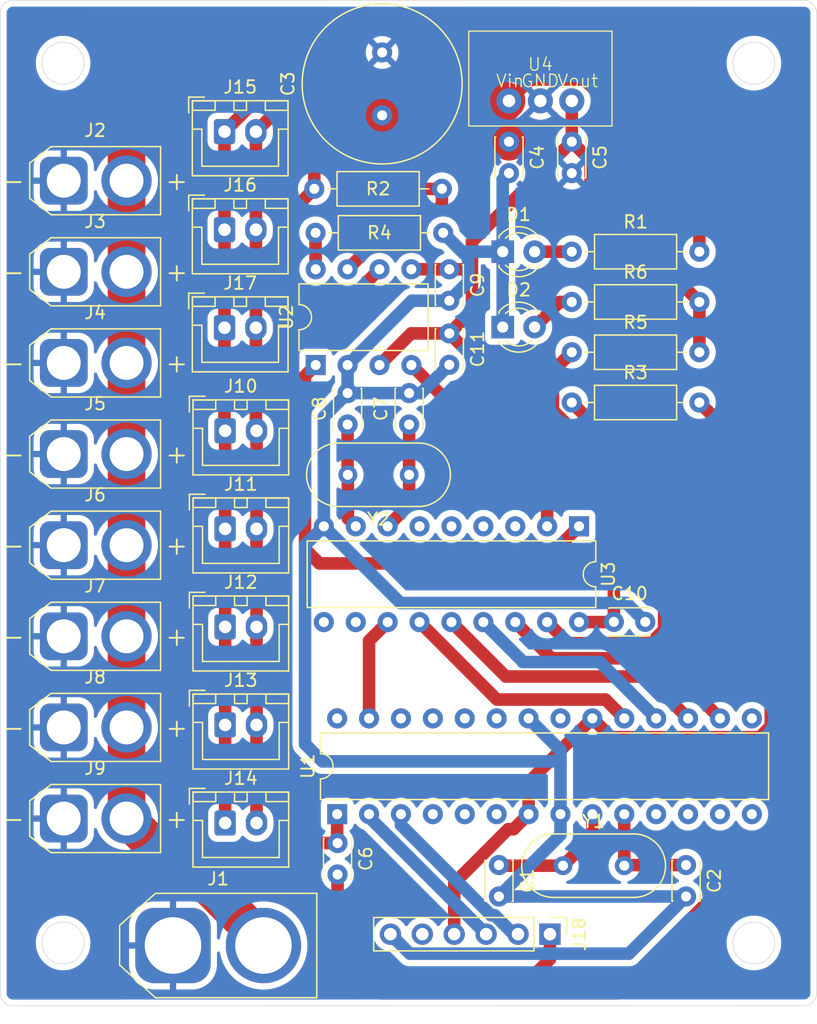
<source format=kicad_pcb>
(kicad_pcb (version 20240108) (generator "pcbnew") (generator_version "8.0")
  (layers (0 "F.Cu" signal) (31 "B.Cu" signal) (34 "B.Paste" user) (35 "F.Paste" user) (36 "B.SilkS" user "B.Silkscreen") (37 "F.SilkS" user "F.Silkscreen") (38 "B.Mask" user) (39 "F.Mask" user) (44 "Edge.Cuts" user))
  (net 0 "")
  (net 2 "GND")
  (net 4 "Net-(U1-~{RESET}{slash}PC6)")
  (net 7 "Net-(U1-XTAL1{slash}PB6)")
  (net 8 "/RESET")
  (net 10 "Net-(U1-XTAL2{slash}PB7)")
  (net 14 "Net-(U3-OSC2)")
  (net 21 "Net-(U3-OSC1)")
  (net 22 "Net-(D1-A)")
  (net 23 "GNDPWR")
  (net 24 "Net-(D2-A)")
  (net 25 "VCC")
  (net 26 "+BATT")
  (net 27 "+5V")
  (net 28 "/CAN_HIGH")
  (net 29 "/TXD")
  (net 30 "/RXD")
  (net 32 "Net-(U2-STBY)")
  (net 33 "Net-(U3-~{RESET})")
  (net 34 "/RXCAN")
  (net 35 "/TXCAN")
  (net 36 "/INT")
  (net 43 "/CAN_LOW")
  (net 44 "/CS")
  (net 45 "/MOSI")
  (net 46 "/SCK")
  (net 47 "/MISO")
  (footprint "Connector_JST:JST_XH_B2B-XH-A_1x02_P2.50mm_Vertical" (layer "F.Cu") (at 77.9 125.45)
    (property "Reference" "J14")
    (property "Value" "CAN5")
  )
  (footprint "Connector_AMASS:AMASS_XT30U-F_1x02_P5.0mm_Vertical" (layer "F.Cu") (at 65.05 117.85)
    (property "Reference" "J8")
    (property "Value" "Power7")
  )
  (footprint "Connector_JST:JST_XH_B2B-XH-A_1x02_P2.50mm_Vertical" (layer "F.Cu") (at 77.9 94.25)
    (property "Reference" "J10")
    (property "Value" "CAN1")
  )
  (footprint "Capacitor_THT:C_Disc_D3.0mm_W2.0mm_P2.50mm" (layer "F.Cu") (at 99.7 128.8 -90)
    (property "Reference" "C1")
    (property "Value" "22pF")
  )
  (footprint "Resistor_THT:R_Axial_DIN0207_L6.3mm_D2.5mm_P10.16mm_Horizontal" (layer "F.Cu") (at 85 75)
    (property "Reference" "R2")
    (property "Value" "120" (hide yes))
  )
  (footprint "Connector_JST:JST_XH_B2B-XH-A_1x02_P2.50mm_Vertical" (layer "F.Cu") (at 77.9 117.65)
    (property "Reference" "J13")
    (property "Value" "CAN4")
  )
  (footprint "Connector_JST:JST_XH_B2B-XH-A_1x02_P2.50mm_Vertical" (layer "F.Cu") (at 77.9 102.05)
    (property "Reference" "J11")
    (property "Value" "CAN2")
  )
  (footprint "Connector_JST:JST_XH_B2B-XH-A_1x02_P2.50mm_Vertical" (layer "F.Cu") (at 77.85 78.25)
    (property "Reference" "J16")
    (property "Value" "CAN7")
  )
  (footprint "Capacitor_THT:C_Disc_D3.0mm_W2.0mm_P2.50mm" (layer "F.Cu") (at 92.55 93.75 90)
    (property "Reference" "C7")
    (property "Value" "27pF")
  )
  (footprint "Connector_JST:JST_XH_B2B-XH-A_1x02_P2.50mm_Vertical" (layer "F.Cu") (at 77.9 109.85)
    (property "Reference" "J12")
    (property "Value" "CAN3")
  )
  (footprint "Capacitor_THT:C_Disc_D3.0mm_W2.0mm_P2.50mm" (layer "F.Cu") (at 95.75 81.4 -90)
    (property "Reference" "C9")
    (property "Value" "0.1μF")
  )
  (footprint "Connector_AMASS:AMASS_XT30U-F_1x02_P5.0mm_Vertical" (layer "F.Cu") (at 65.05 81.6)
    (property "Reference" "J3")
    (property "Value" "Power2")
  )
  (footprint "Capacitor_THT:C_Disc_D3.0mm_W2.0mm_P2.50mm" (layer "F.Cu") (at 86.85 127.05 -90)
    (property "Reference" "C6")
    (property "Value" "22pF")
  )
  (footprint "Resistor_THT:R_Axial_DIN0207_L6.3mm_D2.5mm_P10.16mm_Horizontal" (layer "F.Cu") (at 105.5 92)
    (property "Reference" "R3")
    (property "Value" "10kΩ")
  )
  (footprint "Capacitor_THT:C_Disc_D3.0mm_W2.0mm_P2.50mm" (layer "F.Cu") (at 100.5 71.25 -90)
    (property "Reference" "C4")
    (property "Value" "0.1μF" (hide yes))
  )
  (footprint "Connector_AMASS:AMASS_XT30U-F_1x02_P5.0mm_Vertical" (layer "F.Cu") (at 65.05 88.85)
    (property "Reference" "J4")
    (property "Value" "Power3")
  )
  (footprint "Connector_AMASS:AMASS_XT30U-F_1x02_P5.0mm_Vertical" (layer "F.Cu") (at 65.05 103.35)
    (property "Reference" "J6")
    (property "Value" "Power5")
  )
  (footprint "Connector_AMASS:AMASS_XT30U-F_1x02_P5.0mm_Vertical" (layer "F.Cu") (at 65.05 125.1)
    (property "Reference" "J9")
    (property "Value" "Power8")
  )
  (footprint "Capacitor_THT:C_Disc_D3.0mm_W2.0mm_P2.50mm" (layer "F.Cu") (at 95.75 86.5 -90)
    (property "Reference" "C11")
    (property "Value" "0.1μF")
  )
  (footprint "LED_THT:LED_D3.0mm" (layer "F.Cu") (at 100 86)
    (property "Reference" "D2")
    (property "Value" "YellowGreen" (hide yes))
  )
  (footprint "Connector_AMASS:AMASS_XT30U-F_1x02_P5.0mm_Vertical" (layer "F.Cu") (at 65.05 96.1)
    (property "Reference" "J5")
    (property "Value" "Power4")
  )
  (footprint "Package_DIP:DIP-28_W7.62mm" (layer "F.Cu") (at 86.82 124.75 90)
    (property "Reference" "U1")
    (property "Value" "ATmega328P-P")
  )
  (footprint "Capacitor_THT:C_Disc_D3.0mm_W2.0mm_P2.50mm" (layer "F.Cu") (at 87.65 93.75 90)
    (property "Reference" "C8")
    (property "Value" "27pF")
  )
  (footprint "Package_DIP:DIP-18_W7.62mm" (layer "F.Cu") (at 106.08 101.85 -90)
    (property "Reference" "U3")
    (property "Value" "MCP2515-xSO")
  )
  (footprint "Resistor_THT:R_Axial_DIN0207_L6.3mm_D2.5mm_P10.16mm_Horizontal" (layer "F.Cu") (at 105.5 84)
    (property "Reference" "R6")
    (property "Value" "895")
  )
  (footprint "Package_DIP:DIP-8_W7.62mm" (layer "F.Cu") (at 85.11 89.02 90)
    (property "Reference" "U2")
    (property "Value" "MCP2562-E-P")
  )
  (footprint "Connector_PinHeader_2.54mm:PinHeader_1x06_P2.54mm_Vertical" (layer "F.Cu") (at 103.76 134.3 -90)
    (property "Reference" "J18")
    (property "Value" "USB")
  )
  (footprint "LED_THT:LED_D3.0mm" (layer "F.Cu") (at 100 80)
    (property "Reference" "D1")
    (property "Value" "Blue" (hide yes))
  )
  (footprint "Capacitor_THT:C_Disc_D3.0mm_W2.0mm_P2.50mm" (layer "F.Cu") (at 108.85 109.45)
    (property "Reference" "C10")
    (property "Value" "0.1μF")
  )
  (footprint "Resistor_THT:R_Axial_DIN0207_L6.3mm_D2.5mm_P10.16mm_Horizontal" (layer "F.Cu") (at 105.5 88)
    (property "Reference" "R5")
    (property "Value" "10kΩ")
  )
  (footprint "Capacitor_THT:C_Disc_D3.0mm_W2.0mm_P2.50mm" (layer "F.Cu") (at 114.6 128.8 -90)
    (property "Reference" "C2")
    (property "Value" "22pF")
  )
  (footprint "Connector_AMASS:AMASS_XT30U-F_1x02_P5.0mm_Vertical" (layer "F.Cu") (at 65.05 74.35)
    (property "Reference" "J2")
    (property "Value" "Power1")
  )
  (footprint "Connector_JST:JST_XH_B2B-XH-A_1x02_P2.50mm_Vertical" (layer "F.Cu") (at 77.85 70.45)
    (property "Reference" "J15")
    (property "Value" "CAN6")
  )
  (footprint "Resistor_THT:R_Axial_DIN0207_L6.3mm_D2.5mm_P10.16mm_Horizontal" (layer "F.Cu") (at 95.26 78.5 180)
    (property "Reference" "R4")
    (property "Value" "10kΩ" (hide yes))
  )
  (footprint "Capacitor_THT:C_Disc_D3.0mm_W2.0mm_P2.50mm" (layer "F.Cu") (at 105.5 71.25 -90)
    (property "Reference" "C5")
    (property "Value" "0.1μF" (hide yes))
  )
  (footprint "Crystal:Crystal_HC49-4H_Vertical" (layer "F.Cu") (at 104.8 128.85)
    (property "Reference" "Y1")
    (property "Value" "16MHz")
  )
  (footprint "Connector_AMASS:AMASS_XT60-M_1x02_P7.20mm_Vertical" (layer "F.Cu") (at 73.75 135.2)
    (property "Reference" "J1")
    (property "Value" "Batt")
  )
  (footprint "Capacitor_THT:C_Radial_D12.5mm_H25.0mm_P5.00mm" (layer "F.Cu") (at 90.4 69.15 90)
    (property "Reference" "C3")
    (property "Value" "1000μF")
  )
  (footprint "Connector_AMASS:AMASS_XT30U-F_1x02_P5.0mm_Vertical" (layer "F.Cu") (at 65.05 110.6)
    (property "Reference" "J7")
    (property "Value" "Power6")
  )
  (footprint "M78AR:m78ar033-1" (layer "F.Cu") (at 103 68)
    (property "Reference" "U4")
    (property "Value" "~")
  )
  (footprint "Connector_JST:JST_XH_B2B-XH-A_1x02_P2.50mm_Vertical" (layer "F.Cu") (at 77.85 86.05)
    (property "Reference" "J17")
    (property "Value" "CAN8")
  )
  (footprint "Resistor_THT:R_Axial_DIN0207_L6.3mm_D2.5mm_P10.16mm_Horizontal" (layer "F.Cu") (at 105.5 80)
    (property "Reference" "R1")
    (property "Value" "895")
  )
  (footprint "Crystal:Crystal_HC49-4H_Vertical" (layer "F.Cu") (at 92.55 97.75 180)
    (property "Reference" "Y2")
    (property "Value" "8MHz")
  )
  (gr_arc (start 61 140) (mid 60.292893 139.707107) (end 60 139) (stroke (width 0.05)) (layer "Edge.Cuts"))
  (gr_line (start 61 140) (end 124 139.992893) (stroke (width 0.05)) (layer "Edge.Cuts"))
  (gr_line (start 125 61) (end 125 139) (stroke (width 0.05)) (layer "Edge.Cuts"))
  (gr_circle (center 65 135) (end 66.67 135) (stroke (width 0.05)) (fill none) (layer "Edge.Cuts"))
  (gr_arc (start 124 60.007107) (mid 124.707107 60.3) (end 125 61.007107) (stroke (width 0.05)) (layer "Edge.Cuts"))
  (gr_circle (center 120 65) (end 121.67 65) (stroke (width 0.05)) (fill none) (layer "Edge.Cuts"))
  (gr_circle (center 120 135) (end 121.67 135) (stroke (width 0.05)) (fill none) (layer "Edge.Cuts"))
  (gr_arc (start 125 138.992893) (mid 124.707107 139.7) (end 124 139.992893) (stroke (width 0.05)) (layer "Edge.Cuts"))
  (gr_circle (center 65 65) (end 66.67 65) (stroke (width 0.05)) (fill none) (layer "Edge.Cuts"))
  (gr_arc (start 60 61) (mid 60.292893 60.292893) (end 61 60) (stroke (width 0.05)) (layer "Edge.Cuts"))
  (gr_line (start 60 139) (end 60 61) (stroke (width 0.05)) (layer "Edge.Cuts"))
  (gr_line (start 124 60.007107) (end 61 60) (stroke (width 0.05)) (layer "Edge.Cuts"))
  (segment (start 109.85 107.95) (end 111.35 109.45) (width 1) (layer "B.Cu") (net 2))
  (segment (start 84.26 119.167969) (end 84.26 103.35) (width 1) (layer "B.Cu") (net 2))
  (segment (start 97.25 80.49) (end 97.25 82.4) (width 1) (layer "B.Cu") (net 2))
  (segment (start 92.77 83.9) (end 95.75 83.9) (width 1) (layer "B.Cu") (net 2))
  (segment (start 104.6 119.67) (end 102.06 117.13) (width 1) (layer "B.Cu") (net 2))
  (segment (start 97.25 82.4) (end 95.75 83.9) (width 1) (layer "B.Cu") (net 2))
  (segment (start 87.65 89.02) (end 92.77 83.9) (width 1) (layer "B.Cu") (net 2))
  (segment (start 91.06 134.3) (end 92.61 135.85) (width 1) (layer "B.Cu") (net 2))
  (segment (start 85.76 101.85) (end 91.86 107.95) (width 1) (layer "B.Cu") (net 2))
  (segment (start 87.65 91.25) (end 92.55 91.25) (width 1) (layer "B.Cu") (net 2))
  (segment (start 104.6 120.55) (end 85.642031 120.55) (width 1) (layer "B.Cu") (net 2))
  (segment (start 96.76 80) (end 95.26 78.5) (width 1) (layer "B.Cu") (net 2))
  (segment (start 92.61 135.85) (end 110.05 135.85) (width 1) (layer "B.Cu") (net 2))
  (segment (start 85.642031 120.55) (end 84.26 119.167969) (width 1) (layer "B.Cu") (net 2))
  (segment (start 84.26 103.35) (end 85.76 101.85) (width 1) (layer "B.Cu") (net 2))
  (segment (start 104.6 124.75) (end 104.6 120.55) (width 1) (layer "B.Cu") (net 2))
  (segment (start 100 86) (end 100 80) (width 1) (layer "B.Cu") (net 2))
  (segment (start 110.05 135.85) (end 114.6 131.3) (width 1) (layer "B.Cu") (net 2))
  (segment (start 91.86 107.95) (end 109.85 107.95) (width 1) (layer "B.Cu") (net 2))
  (segment (start 99.7 131.3) (end 104.6 126.4) (width 1) (layer "B.Cu") (net 2))
  (segment (start 93.5 91.25) (end 92.55 91.25) (width 1) (layer "B.Cu") (net 2))
  (segment (start 104.6 126.4) (end 104.6 124.75) (width 1) (layer "B.Cu") (net 2))
  (segment (start 85.76 93.14) (end 87.65 91.25) (width 1) (layer "B.Cu") (net 2))
  (segment (start 87.65 91.25) (end 87.65 89.02) (width 1) (layer "B.Cu") (net 2))
  (segment (start 100 80) (end 96.76 80) (width 1) (layer "B.Cu") (net 2))
  (segment (start 100 80) (end 100 74.25) (width 1) (layer "B.Cu") (net 2))
  (segment (start 100 74.25) (end 100.5 73.75) (width 1) (layer "B.Cu") (net 2))
  (segment (start 104.6 120.55) (end 104.6 119.67) (width 1) (layer "B.Cu") (net 2))
  (segment (start 95.75 89) (end 93.5 91.25) (width 1) (layer "B.Cu") (net 2))
  (segment (start 99.7 131.3) (end 114.6 131.3) (width 1) (layer "B.Cu") (net 2))
  (segment (start 95.26 78.5) (end 97.25 80.49) (width 1) (layer "B.Cu") (net 2))
  (segment (start 85.76 101.85) (end 85.76 93.14) (width 1) (layer "B.Cu") (net 2))
  (segment (start 122.54 98.88) (end 115.66 92) (width 1) (layer "F.Cu") (net 4))
  (segment (start 90.45 139) (end 82.95 131.5) (width 1) (layer "F.Cu") (net 4))
  (segment (start 85.5 127.05) (end 86.85 127.05) (width 1) (layer "F.Cu") (net 4))
  (segment (start 82.95 129.6) (end 85.5 127.05) (width 1) (layer "F.Cu") (net 4))
  (segment (start 82.95 131.5) (end 82.95 129.6) (width 1) (layer "F.Cu") (net 4))
  (segment (start 122.54 125.51) (end 122.54 98.88) (width 1) (layer "F.Cu") (net 4))
  (segment (start 86.82 124.75) (end 86.82 127.02) (width 1) (layer "F.Cu") (net 4))
  (segment (start 86.82 127.02) (end 86.85 127.05) (width 1) (layer "F.Cu") (net 4))
  (segment (start 109.05 139) (end 122.54 125.51) (width 1) (layer "F.Cu") (net 4))
  (segment (start 109.05 139) (end 90.45 139) (width 1) (layer "F.Cu") (net 4))
  (segment (start 99.75 128.85) (end 99.7 128.8) (width 1) (layer "F.Cu") (net 7))
  (segment (start 107.14 126.51) (end 104.8 128.85) (width 1) (layer "F.Cu") (net 7))
  (segment (start 104.8 128.85) (end 99.75 128.85) (width 1) (layer "F.Cu") (net 7))
  (segment (start 107.14 124.75) (end 107.14 126.51) (width 1) (layer "F.Cu") (net 7))
  (segment (start 103.76 136.29) (end 102.25 137.8) (width 1) (layer "F.Cu") (net 8))
  (segment (start 103.76 134.3) (end 103.76 136.29) (width 1) (layer "F.Cu") (net 8))
  (segment (start 91.5 137.8) (end 86.85 133.15) (width 1) (layer "F.Cu") (net 8))
  (segment (start 86.85 133.15) (end 86.85 129.55) (width 1) (layer "F.Cu") (net 8))
  (segment (start 102.25 137.8) (end 91.5 137.8) (width 1) (layer "F.Cu") (net 8))
  (segment (start 109.68 124.75) (end 109.68 128.85) (width 1) (layer "F.Cu") (net 10))
  (segment (start 109.73 128.8) (end 109.68 128.85) (width 1) (layer "F.Cu") (net 10))
  (segment (start 114.6 128.8) (end 109.73 128.8) (width 1) (layer "F.Cu") (net 10))
  (segment (start 92.55 93.75) (end 92.55 97.75) (width 1) (layer "F.Cu") (net 14))
  (segment (start 92.55 100.14) (end 90.84 101.85) (width 1) (layer "F.Cu") (net 14))
  (segment (start 92.55 97.75) (end 92.55 100.14) (width 1) (layer "F.Cu") (net 14))
  (segment (start 87.65 97.73) (end 87.67 97.75) (width 1) (layer "F.Cu") (net 21))
  (segment (start 87.65 93.75) (end 87.65 97.73) (width 1) (layer "F.Cu") (net 21))
  (segment (start 87.67 97.75) (end 87.67 101.22) (width 1) (layer "F.Cu") (net 21))
  (segment (start 87.67 101.22) (end 88.3 101.85) (width 1) (layer "F.Cu") (net 21))
  (segment (start 105.5 80) (end 102.54 80) (width 1) (layer "F.Cu") (net 22))
  (segment (start 104.54 84) (end 102.54 86) (width 1) (layer "F.Cu") (net 24))
  (segment (start 105.5 84) (end 104.54 84) (width 1) (layer "F.Cu") (net 24))
  (segment (start 108.64 118.63) (end 120.461321 118.63) (width 1) (layer "F.Cu") (net 25))
  (segment (start 100.428679 125.95) (end 100.86 125.95) (width 1) (layer "F.Cu") (net 25))
  (segment (start 100.86 125.95) (end 102.06 124.75) (width 1) (layer "F.Cu") (net 25))
  (segment (start 107.14 117.13) (end 108.64 118.63) (width 1) (layer "F.Cu") (net 25))
  (segment (start 121.34 117.751321) (end 121.34 107.84) (width 1) (layer "F.Cu") (net 25))
  (segment (start 96.14 134.3) (end 96.14 130.238679) (width 1) (layer "F.Cu") (net 25))
  (segment (start 96.14 130.238679) (end 100.428679 125.95) (width 1) (layer "F.Cu") (net 25))
  (segment (start 102.06 124.75) (end 102.06 122.21) (width 1) (layer "F.Cu") (net 25))
  (segment (start 120.461321 118.63) (end 121.34 117.751321) (width 1) (layer "F.Cu") (net 25))
  (segment (start 102.06 122.21) (end 107.14 117.13) (width 1) (layer "F.Cu") (net 25))
  (segment (start 121.34 107.84) (end 105.5 92) (width 1) (layer "F.Cu") (net 25))
  (segment (start 70.05 117.85) (end 70.05 110.6) (width 3) (layer "F.Cu") (net 26))
  (segment (start 70.05 96.1) (end 70.05 103.35) (width 3) (layer "F.Cu") (net 26))
  (segment (start 70.05 74.35) (end 70.05 69.85) (width 3) (layer "F.Cu") (net 26))
  (segment (start 100.5 68) (end 102.2 66.3) (width 1) (layer "F.Cu") (net 26))
  (segment (start 90.4 69.15) (end 99.15 69.15) (width 3) (layer "F.Cu") (net 26))
  (segment (start 70.05 110.6) (end 70.05 103.35) (width 3) (layer "F.Cu") (net 26))
  (segment (start 74 129.05) (end 70.05 125.1) (width 3) (layer "F.Cu") (net 26))
  (segment (start 115.66 75.46) (end 115.66 80) (width 1) (layer "F.Cu") (net 26))
  (segment (start 70.05 74.35) (end 70.05 81.6) (width 3) (layer "F.Cu") (net 26))
  (segment (start 102.2 66.3) (end 106.5 66.3) (width 1) (layer "F.Cu") (net 26))
  (segment (start 74 129.05) (end 75.132754 129.05) (width 3) (layer "F.Cu") (net 26))
  (segment (start 70.05 125.1) (end 70.05 117.85) (width 3) (layer "F.Cu") (net 26))
  (segment (start 70.05 81.6) (end 70.05 88.85) (width 3) (layer "F.Cu") (net 26))
  (segment (start 80.95 134.867246) (end 80.95 135.2) (width 3) (layer "F.Cu") (net 26))
  (segment (start 70.05 69.85) (end 75.35 64.55) (width 3) (layer "F.Cu") (net 26))
  (segment (start 75.132754 129.05) (end 80.95 134.867246) (width 3) (layer "F.Cu") (net 26))
  (segment (start 99.15 69.9) (end 100.5 71.25) (width 3) (layer "F.Cu") (net 26))
  (segment (start 99.15 69.15) (end 99.15 69.9) (width 3) (layer "F.Cu") (net 26))
  (segment (start 75.35 64.55) (end 85.8 64.55) (width 3) (layer "F.Cu") (net 26))
  (segment (start 70.05 88.85) (end 70.05 96.1) (width 3) (layer "F.Cu") (net 26))
  (segment (start 99.15 69.15) (end 100.3 68) (width 3) (layer "F.Cu") (net 26))
  (segment (start 85.8 64.55) (end 90.4 69.15) (width 3) (layer "F.Cu") (net 26))
  (segment (start 106.5 66.3) (end 115.66 75.46) (width 1) (layer "F.Cu") (net 26))
  (segment (start 95.75 81.4) (end 96.9 81.4) (width 1) (layer "F.Cu") (net 27))
  (segment (start 106.08 109.47) (end 108.83 109.47) (width 1) (layer "F.Cu") (net 27))
  (segment (start 105.5 68) (end 105.5 71.25) (width 1) (layer "F.Cu") (net 27))
  (segment (start 108.83 109.47) (end 108.85 109.45) (width 1) (layer "F.Cu") (net 27))
  (segment (start 96.9 81.4) (end 97.55 82.05) (width 1) (layer "F.Cu") (net 27))
  (segment (start 90.19 89.02) (end 92.71 86.5) (width 1) (layer "F.Cu") (net 27))
  (segment (start 105.5 71.25) (end 107 72.75) (width 1) (layer "F.Cu") (net 27))
  (segment (start 108.85 99.6) (end 108.85 109.45) (width 1) (layer "F.Cu") (net 27))
  (segment (start 107 72.75) (end 107 75.34) (width 1) (layer "F.Cu") (net 27))
  (segment (start 107 75.34) (end 115.66 84) (width 1) (layer "F.Cu") (net 27))
  (segment (start 92.73 81.4) (end 95.75 81.4) (width 1) (layer "F.Cu") (net 27))
  (segment (start 115.66 84) (end 115.66 88) (width 1) (layer "F.Cu") (net 27))
  (segment (start 97.55 79.2) (end 97.55 82.05) (width 1) (layer "F.Cu") (net 27))
  (segment (start 92.71 86.5) (end 95.75 86.5) (width 1) (layer "F.Cu") (net 27))
  (segment (start 97.55 84.7) (end 95.75 86.5) (width 1) (layer "F.Cu") (net 27))
  (segment (start 95.75 86.5) (end 108.85 99.6) (width 1) (layer "F.Cu") (net 27))
  (segment (start 97.55 82.05) (end 97.55 84.7) (width 1) (layer "F.Cu") (net 27))
  (segment (start 105.5 71.25) (end 97.55 79.2) (width 1) (layer "F.Cu") (net 27))
  (segment (start 84.2 67.3) (end 81 67.3) (width 1) (layer "F.Cu") (net 28))
  (segment (start 94.75 76.7) (end 92.35 76.7) (width 1) (layer "F.Cu") (net 28))
  (segment (start 77.85 70.45) (end 77.85 78.25) (width 1) (layer "F.Cu") (net 28))
  (segment (start 95.16 76.29) (end 94.75 76.7) (width 1) (layer "F.Cu") (net 28))
  (segment (start 77.9 109.85) (end 77.9 117.65) (width 1) (layer "F.Cu") (net 28))
  (segment (start 77.9 94.25) (end 77.9 102.05) (width 1) (layer "F.Cu") (net 28))
  (segment (start 92.35 76.7) (end 87.65 81.4) (width 1) (layer "F.Cu") (net 28))
  (segment (start 95.16 75) (end 91.9 75) (width 1) (layer "F.Cu") (net 28))
  (segment (start 81 67.3) (end 77.85 70.45) (width 1) (layer "F.Cu") (net 28))
  (segment (start 95.16 75) (end 95.16 76.29) (width 1) (layer "F.Cu") (net 28))
  (segment (start 77.9 117.65) (end 77.9 125.45) (width 1) (layer "F.Cu") (net 28))
  (segment (start 77.85 86.05) (end 77.85 94.2) (width 1) (layer "F.Cu") (net 28))
  (segment (start 77.9 102.05) (end 77.9 109.85) (width 1) (layer "F.Cu") (net 28))
  (segment (start 77.85 78.25) (end 77.85 86.05) (width 1) (layer "F.Cu") (net 28))
  (segment (start 77.85 94.2) (end 77.9 94.25) (width 1) (layer "F.Cu") (net 28))
  (segment (start 91.9 75) (end 84.2 67.3) (width 1) (layer "F.Cu") (net 28))
  (segment (start 89.36 124.98) (end 89.36 124.75) (width 1) (layer "B.Cu") (net 29))
  (segment (start 98.68 134.3) (end 89.36 124.98) (width 1) (layer "B.Cu") (net 29))
  (segment (start 100.872032 134.3) (end 99.372032 132.8) (width 1) (layer "B.Cu") (net 30))
  (segment (start 91.9 125.621321) (end 91.9 124.75) (width 1) (layer "B.Cu") (net 30))
  (segment (start 99.372032 132.8) (end 99.078679 132.8) (width 1) (layer "B.Cu") (net 30))
  (segment (start 99.078679 132.8) (end 91.9 125.621321) (width 1) (layer "B.Cu") (net 30))
  (segment (start 101.22 134.3) (end 100.872032 134.3) (width 1) (layer "B.Cu") (net 30))
  (segment (start 85.1 81.39) (end 85.11 81.4) (width 1) (layer "F.Cu") (net 32))
  (segment (start 85.1 78.5) (end 85.1 81.39) (width 1) (layer "F.Cu") (net 32))
  (segment (start 111.771321 111.15) (end 112.85 110.071321) (width 1) (layer "F.Cu") (net 33))
  (segment (start 104 89.5) (end 104 92.621321) (width 1) (layer "F.Cu") (net 33))
  (segment (start 105.5 88) (end 104 89.5) (width 1) (layer "F.Cu") (net 33))
  (segment (start 103.54 109.47) (end 105.22 111.15) (width 1) (layer "F.Cu") (net 33))
  (segment (start 105.22 111.15) (end 111.771321 111.15) (width 1) (layer "F.Cu") (net 33))
  (segment (start 104 92.621321) (end 112.85 101.471321) (width 1) (layer "F.Cu") (net 33))
  (segment (start 112.85 101.471321) (end 112.85 110.071321) (width 1) (layer "F.Cu") (net 33))
  (segment (start 103.54 99.83) (end 92.73 89.02) (width 1) (layer "F.Cu") (net 34))
  (segment (start 103.54 101.85) (end 103.54 99.83) (width 1) (layer "F.Cu") (net 34))
  (segment (start 85.4 104.8) (end 84.26 103.66) (width 1) (layer "F.Cu") (net 35))
  (segment (start 103.13 104.8) (end 85.4 104.8) (width 1) (layer "F.Cu") (net 35))
  (segment (start 106.08 101.85) (end 103.13 104.8) (width 1) (layer "F.Cu") (net 35))
  (segment (start 84.26 89.87) (end 85.11 89.02) (width 1) (layer "F.Cu") (net 35))
  (segment (start 84.26 103.66) (end 84.26 89.87) (width 1) (layer "F.Cu") (net 35))
  (segment (start 89.36 117.13) (end 89.36 110.95) (width 1) (layer "F.Cu") (net 36))
  (segment (start 89.36 110.95) (end 90.84 109.47) (width 1) (layer "F.Cu") (net 36))
  (segment (start 80.35 86.05) (end 80.35 94.2) (width 1) (layer "F.Cu") (net 43))
  (segment (start 80.4 70.45) (end 80.35 70.45) (width 1) (layer "F.Cu") (net 43))
  (segment (start 88.24 83.35) (end 83.2 83.35) (width 1) (layer "F.Cu") (net 43))
  (segment (start 80.35 94.2) (end 80.4 94.25) (width 1) (layer "F.Cu") (net 43))
  (segment (start 90.19 81.4) (end 88.24 83.35) (width 1) (layer "F.Cu") (net 43))
  (segment (start 80.4 94.25) (end 80.4 102.05) (width 1) (layer "F.Cu") (net 43))
  (segment (start 83.15 68.95) (end 85 70.8) (width 1) (layer "F.Cu") (net 43))
  (segment (start 83.2 76.8) (end 85 75) (width 1) (layer "F.Cu") (net 43))
  (segment (start 80.35 70.45) (end 80.35 78.25) (width 1) (layer "F.Cu") (net 43))
  (segment (start 83.2 83.35) (end 83.2 76.8) (width 1) (layer "F.Cu") (net 43))
  (segment (start 81.85 68.95) (end 80.35 70.45) (width 1) (layer "F.Cu") (net 43))
  (segment (start 83.15 68.95) (end 81.85 68.95) (width 1) (layer "F.Cu") (net 43))
  (segment (start 80.35 78.25) (end 80.35 86.05) (width 1) (layer "F.Cu") (net 43))
  (segment (start 85 70.8) (end 85 75) (width 1) (layer "F.Cu") (net 43))
  (segment (start 80.4 109.85) (end 80.4 117.65) (width 1) (layer "F.Cu") (net 43))
  (segment (start 80.4 125.45) (end 80.4 117.65) (width 1) (layer "F.Cu") (net 43))
  (segment (start 80.4 102.05) (end 80.4 109.85) (width 1) (layer "F.Cu") (net 43))
  (segment (start 112.52 112.35) (end 103.88 112.35) (width 1) (layer "F.Cu") (net 44))
  (segment (start 103.88 112.35) (end 101 109.47) (width 1) (layer "F.Cu") (net 44))
  (segment (start 117.3 117.13) (end 112.52 112.35) (width 1) (layer "F.Cu") (net 44))
  (segment (start 111.43 113.8) (end 100.25 113.8) (width 1) (layer "F.Cu") (net 45))
  (segment (start 114.76 117.13) (end 111.43 113.8) (width 1) (layer "F.Cu") (net 45))
  (segment (start 100.25 113.8) (end 95.92 109.47) (width 1) (layer "F.Cu") (net 45))
  (segment (start 108.18 115.63) (end 99.54 115.63) (width 1) (layer "F.Cu") (net 46))
  (segment (start 99.54 115.63) (end 93.38 109.47) (width 1) (layer "F.Cu") (net 46))
  (segment (start 109.68 117.13) (end 108.18 115.63) (width 1) (layer "F.Cu") (net 46))
  (segment (start 101.6 112.61) (end 98.46 109.47) (width 1) (layer "B.Cu") (net 47))
  (segment (start 112.22 117.13) (end 107.74 112.65) (width 1) (layer "B.Cu") (net 47))
  (segment (start 107.74 112.65) (end 101.6 112.65) (width 1) (layer "B.Cu") (net 47))
  (segment (start 101.6 112.65) (end 101.6 112.61) (width 1) (layer "B.Cu") (net 47))
  (zone (net 23) (net_name "GNDPWR") (layer "B.Cu") (connect_pads (clearance 0.5)) (min_thickness 0.25) (fill yes (thermal_gap 0.5) (thermal_bridge_width 0.5))
    (polygon (pts (xy 60 60) (xy 125 60) (xy 125 140) (xy 60 140)))
  )
)
</source>
